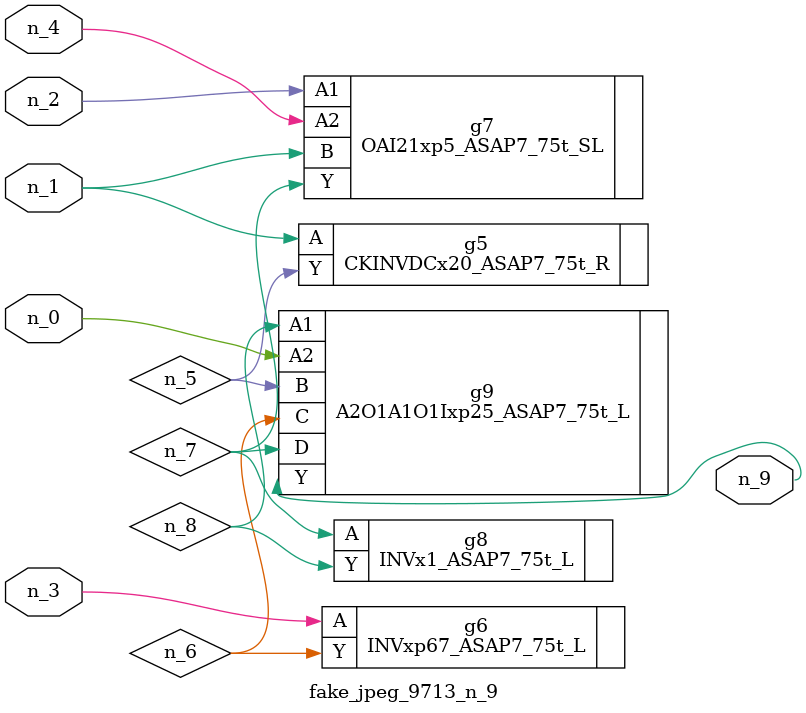
<source format=v>
module fake_jpeg_9713_n_9 (n_3, n_2, n_1, n_0, n_4, n_9);

input n_3;
input n_2;
input n_1;
input n_0;
input n_4;

output n_9;

wire n_8;
wire n_6;
wire n_5;
wire n_7;

CKINVDCx20_ASAP7_75t_R g5 ( 
.A(n_1),
.Y(n_5)
);

INVxp67_ASAP7_75t_L g6 ( 
.A(n_3),
.Y(n_6)
);

OAI21xp5_ASAP7_75t_SL g7 ( 
.A1(n_2),
.A2(n_4),
.B(n_1),
.Y(n_7)
);

INVx1_ASAP7_75t_L g8 ( 
.A(n_7),
.Y(n_8)
);

A2O1A1O1Ixp25_ASAP7_75t_L g9 ( 
.A1(n_8),
.A2(n_0),
.B(n_5),
.C(n_6),
.D(n_7),
.Y(n_9)
);


endmodule
</source>
